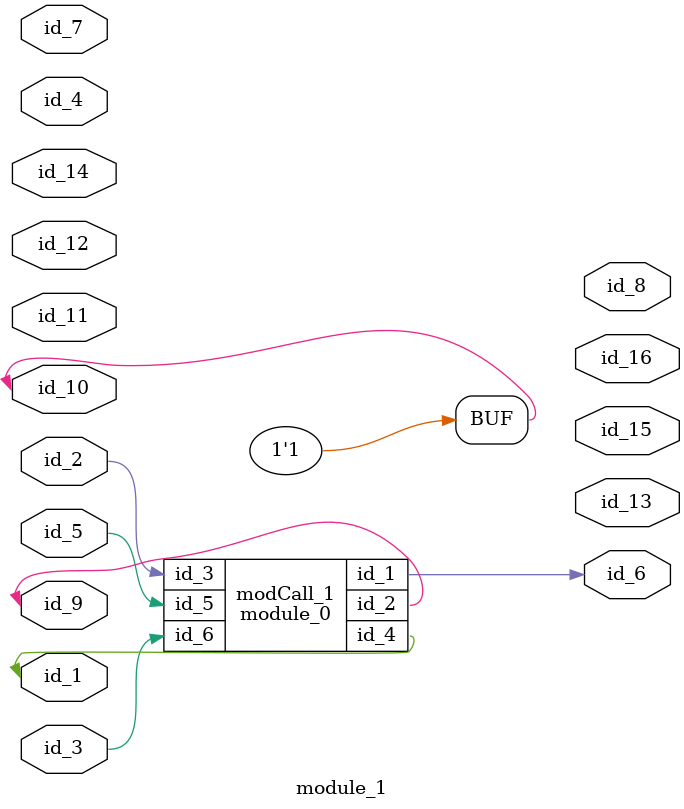
<source format=v>
module module_0 (
    id_1,
    id_2,
    id_3,
    id_4,
    id_5,
    id_6
);
  input wire id_6;
  input wire id_5;
  inout wire id_4;
  input wire id_3;
  inout wire id_2;
  output wire id_1;
  wire [1 : 1 'd0] id_7;
  wire id_8 = (id_4);
  wire id_9;
endmodule
module module_1 (
    id_1,
    id_2,
    id_3,
    id_4,
    id_5,
    id_6,
    id_7,
    id_8,
    id_9,
    id_10,
    id_11,
    id_12,
    id_13,
    id_14,
    id_15,
    id_16
);
  output wire id_16;
  module_0 modCall_1 (
      id_6,
      id_9,
      id_2,
      id_1,
      id_5,
      id_3
  );
  output wire id_15;
  input wire id_14;
  output wire id_13;
  inout wire id_12;
  input wire id_11;
  inout reg id_10;
  inout wire id_9;
  output wire id_8;
  inout wire id_7;
  output wire id_6;
  input wire id_5;
  inout wire id_4;
  input wire id_3;
  input wire id_2;
  inout wire id_1;
  always @(*) id_10 = 1;
endmodule

</source>
